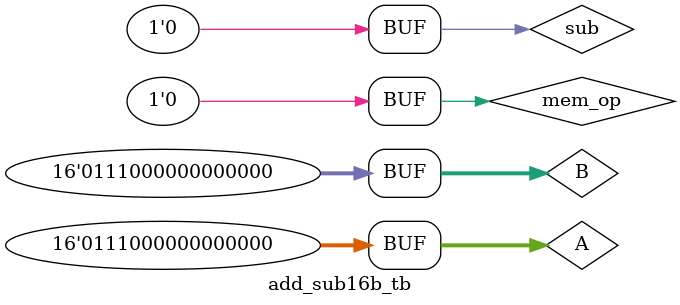
<source format=v>
module add_sub16b(input [15:0] A, B, input sub, mem_op, output [15:0] result, output ovfl); 
	wire [15:0] B_bits, sat_result, C, sum;
	wire sat;
	// assign flip the B bits in case of subtraction
	assign B_bits = sub ? ~B: B;
	
	adder_1bit a0 (A[0], B_bits[0], sub, sum[0], C[1]);
	adder_1bit a1 (A[1], B_bits[1], C[1], sum[1], C[2]);
	adder_1bit a2 (A[2], B_bits[2], C[2], sum[2], C[3]);
	adder_1bit a3 (A[3], B_bits[3], C[3], sum[3], C[4]);
	adder_1bit a4 (A[4], B_bits[4], C[4], sum[4], C[5]);
	adder_1bit a5 (A[5], B_bits[5], C[5], sum[5], C[6]);
	adder_1bit a6 (A[6], B_bits[6], C[6], sum[6], C[7]);
	adder_1bit a7 (A[7], B_bits[7], C[7], sum[7], C[8]);
	adder_1bit a8 (A[8], B_bits[8], C[8], sum[8], C[9]);
	adder_1bit a9 (A[9], B_bits[9], C[9], sum[9], C[10]);
	adder_1bit a10 (A[10], B_bits[10], C[10], sum[10], C[11]);
	adder_1bit a11 (A[11], B_bits[11], C[11], sum[11], C[12]);
	adder_1bit a12 (A[12], B_bits[12], C[12], sum[12], C[13]);
	adder_1bit a13 (A[13], B_bits[13], C[13], sum[13], C[14]);
	adder_1bit a14 (A[14], B_bits[14], C[14], sum[14], C[15]);
	adder_1bit a15 (A[15], B_bits[15], C[15], sum[15], C[0]);

	assign add_ovfl = (A[15] & B[15] & ~sum[15]) | (~A[15] & ~B[15] & sum[15]);
	assign sub_ovfl = (A[15] & ~B[15] & ~sum[15]) | (~A[15] & B[15] & sum[15]);
	assign ovfl = sub ? sub_ovfl : add_ovfl;

	assign sat_result = ovfl ? {A[15], {15{~A[15]}}} : sum;
	assign result = (mem_op) ? sum : sat_result;	
endmodule

module adder_1bit(A, B, Cin, S, Cout);         

input A, B, Cin;

output S, Cout;


assign S = A ^ B ^ Cin;

assign Cout = (A & B) | (B & Cin) | (A & Cin);

endmodule


module add_sub16b_tb();
	reg [15:0] A, B;
	reg sub, mem_op;

	wire [15:0] result;
	wire ovfl;
	
	//instantiate uut
	add_sub16b uut(.A(A), .B(B), .sub(sub), .mem_op(mem_op), .result(result), .ovfl(ovfl));

	initial begin
		mem_op = 1'b0;
		A = 16'h0005;
		B = 16'h0008;
		sub = 1'b0;
		#20
		A = 16'h8000;
		B = 16'h8001;
		sub = 1'b0;
		#20
		A = 16'h7fff;
		B = 16'h8000;
		sub = 1'b1;
		#20;
		A = 16'h7000;
		B = 16'h7000;
		sub = 1'b0;


	end
/*	
	initial begin
		A = 16'h0000;
		B = 16'h0000;
		sub = 1'b0;

		repeat(10) begin
			#20
			A = $random;
			B = $random;
			sub = $random;
		end
	end
*/
endmodule

</source>
